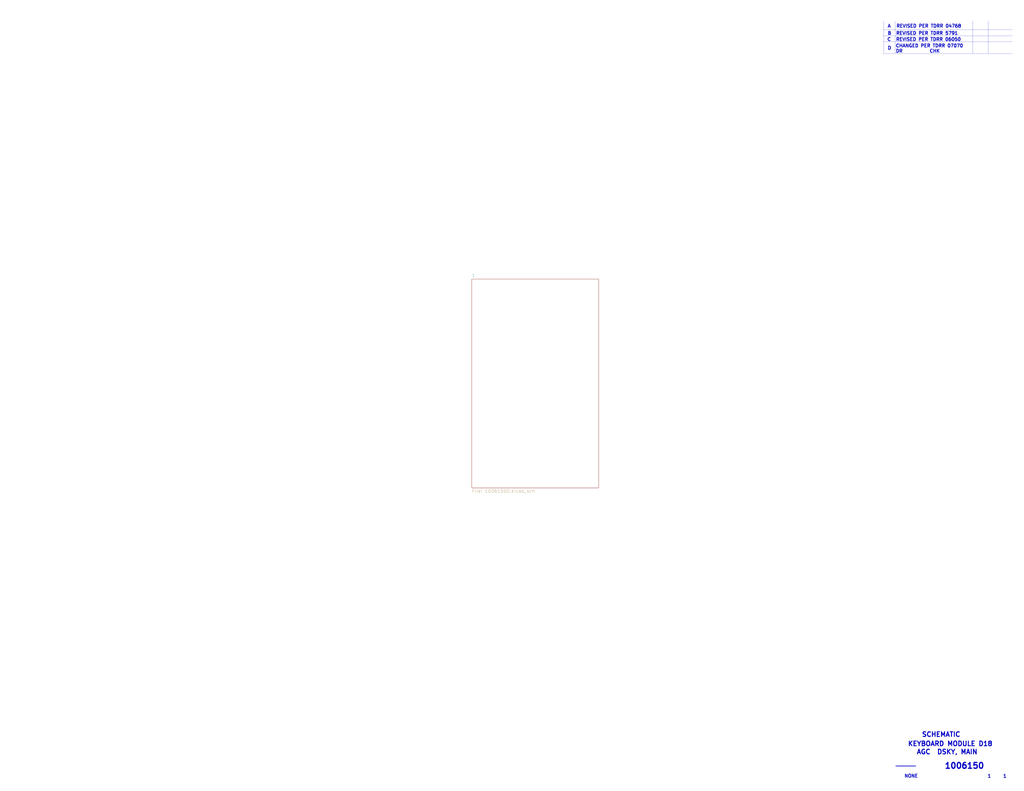
<source format=kicad_sch>
(kicad_sch (version 20211123) (generator eeschema)
  (paper "E")
  (lib_symbols)
  (polyline (pts (xy 977.011 23.114) (xy 977.011 58.42)) (stroke (width 0) (type solid)))
  (polyline (pts (xy 1061.593 22.987) (xy 1061.593 58.293)) (stroke (width 0) (type solid)))
  (polyline (pts (xy 964.311 39.243) (xy 1104.9 39.243)) (stroke (width 0) (type solid)))
  (polyline (pts (xy 1078.611 23.114) (xy 1078.611 58.42)) (stroke (width 0) (type solid)))
  (polyline (pts (xy 964.311 23.114) (xy 964.311 58.42)) (stroke (width 0) (type solid)))
  (polyline (pts (xy 964.311 58.42) (xy 1104.9 58.42)) (stroke (width 0) (type solid)))
  (polyline (pts (xy 964.311 32.385) (xy 1104.9 32.385)) (stroke (width 0) (type solid)))
  (polyline (pts (xy 964.311 45.72) (xy 1104.9 45.72)) (stroke (width 0) (type solid)))
  (text "REVISED PER TDRR 5791" (at 977.773 38.481 0) (effects (font (size 3.556 3.556) (thickness 0.7112) bold) (justify left bottom)))
  (text "________" (at 977.265 836.93 0) (effects (font (size 3.556 3.556) (thickness 0.7112) bold) (justify left bottom)))
  (text "CHANGED PER TDRR 07070\nDR           CHK" (at 977.392 57.912 0) (effects (font (size 3.556 3.556) (thickness 0.7112) bold) (justify left bottom)))
  (text "AGC  DSKY, MAIN" (at 1000.125 824.23 0) (effects (font (size 5.08 5.08) (thickness 1.016) bold) (justify left bottom)))
  (text "C" (at 968.121 45.212 0) (effects (font (size 3.556 3.556) (thickness 0.7112) bold) (justify left bottom)))
  (text "B" (at 968.502 38.481 0) (effects (font (size 3.556 3.556) (thickness 0.7112) bold) (justify left bottom)))
  (text "D" (at 968.502 54.61 0) (effects (font (size 3.556 3.556) (thickness 0.7112) bold) (justify left bottom)))
  (text "A\n" (at 968.502 30.607 0) (effects (font (size 3.556 3.556) (thickness 0.7112) bold) (justify left bottom)))
  (text "REVISED PER TDRR 06050" (at 977.646 45.212 0) (effects (font (size 3.556 3.556) (thickness 0.7112) bold) (justify left bottom)))
  (text "KEYBOARD MODULE D18" (at 990.6 815.34 0) (effects (font (size 5.08 5.08) (thickness 1.016) bold) (justify left bottom)))
  (text "SCHEMATIC" (at 1005.84 805.18 0) (effects (font (size 5.08 5.08) (thickness 1.016) bold) (justify left bottom)))
  (text "1     1" (at 1077.595 849.757 0) (effects (font (size 3.556 3.556) (thickness 0.7112) bold) (justify left bottom)))
  (text "REVISED PER TDRR 04768" (at 978.027 30.607 0) (effects (font (size 3.556 3.556) (thickness 0.7112) bold) (justify left bottom)))
  (text "1006150" (at 1030.605 840.105 0) (effects (font (size 6.35 6.35) (thickness 1.27) bold) (justify left bottom)))
  (text "NONE" (at 986.79 849.63 0) (effects (font (size 3.556 3.556) (thickness 0.7112) bold) (justify left bottom)))
  (sheet (at 514.985 304.8) (size 138.43 227.965)
    (property "Sheet name" "1" (at 514.985 302.9454 0) (effects (font (size 3.556 3.556)) (justify left bottom)))
    (property "Sheet file" "1006150D.kicad_sch" (at 514.985 534.264 0) (effects (font (size 3.556 3.556)) (justify left top)))
  )
)
</source>
